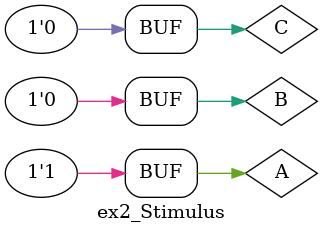
<source format=v>
/*
Gate Delays
We have three types of delays
1. Rise Delay from (0,x,z)-> 1
2. Fall Delay from (1,x,z)->0
3. Turn-Off Delay from (1,0,x)->z

We can have a more control outlook, with help of
min typ max -> these delays are choosen by the designer and verilog assigns any of the one during runtime
*/
module delay_ex1;
    reg i1, i2;
    wire o1, o2;
    and #(5, 5) i (o1, i1, i2);
    and #(5: 4: 6, 5: 4: 6) i3 (o2, i1, i2);
    // 5:4:6 min:typ:max
    initial begin
        // $dumpfile("item.vcd");
        // $dumpvars(0, delay_ex1);
        i1 = 0;
        i2 = 0;
        #20;
        i1 = 1;
        i2 = 1;
        #20;
        i1 = 1;
        i2 = 0;
        #20;
        i1 = 1;
        i2 = 1;
        #20;
    end
endmodule

module ex2 (
    output out,
    input  a,
    b,
    c
);
    wire w;
    and #(5) (w, a, b);
    or #(4) (out, w, c);
endmodule
module ex2_Stimulus;
    reg A, B, C;
    wire OUT;
    ex2 ex (
        OUT,
        A,
        B,
        C
    );
    initial begin
        $dumpfile("item2.vcd");
        $dumpvars(0, ex2_Stimulus);
        A = 1'b0;
        B = 1'b0;
        C = 1'b0;
        #(3: 5: 7) A = 1'b1;
        B = 1'b1;
        C = 1'b1;
        #(3: 5: 7) A = 1'b1;
        B = 1'b0;
        C = 1'b0;
        #(10: 13: 20);
    end

endmodule

</source>
